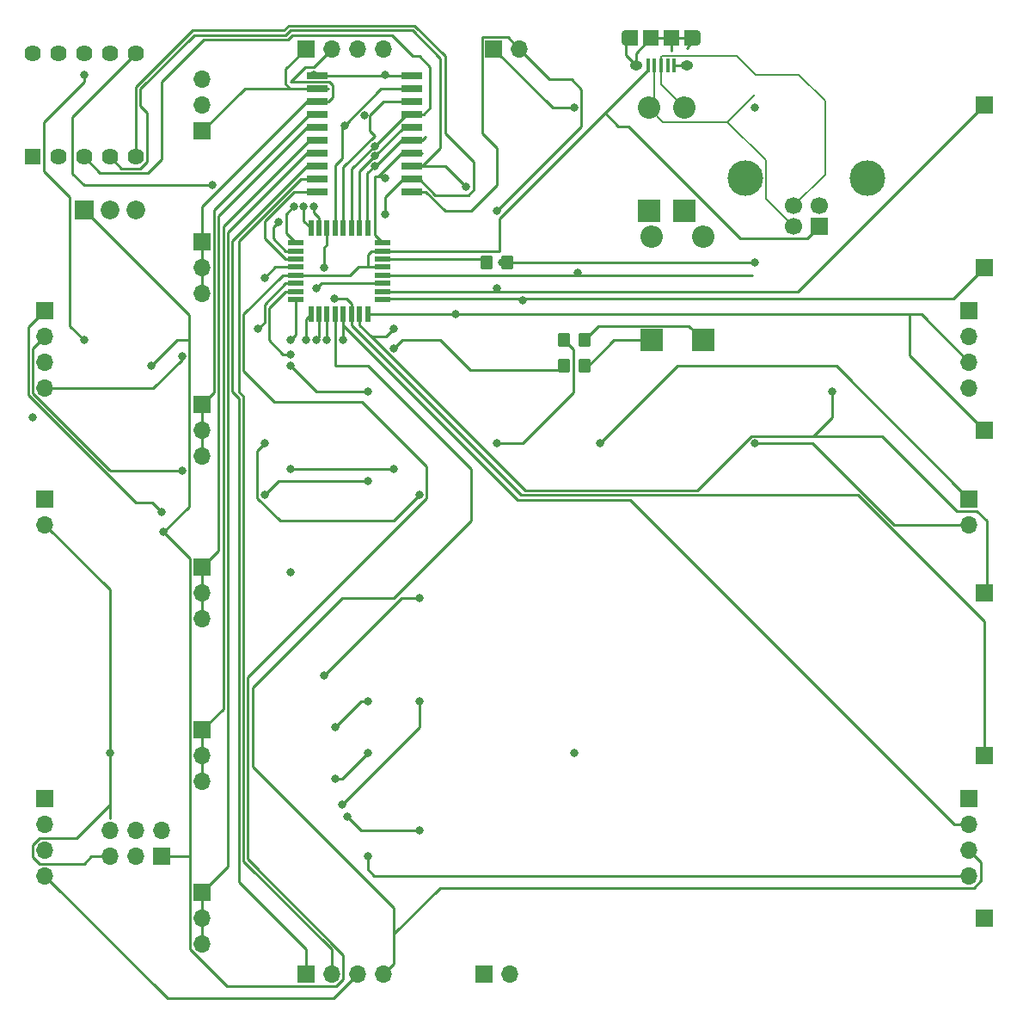
<source format=gbr>
%TF.GenerationSoftware,KiCad,Pcbnew,7.0.9*%
%TF.CreationDate,2024-03-13T01:01:39-05:00*%
%TF.ProjectId,BOARD,424f4152-442e-46b6-9963-61645f706362,rev?*%
%TF.SameCoordinates,Original*%
%TF.FileFunction,Copper,L2,Bot*%
%TF.FilePolarity,Positive*%
%FSLAX46Y46*%
G04 Gerber Fmt 4.6, Leading zero omitted, Abs format (unit mm)*
G04 Created by KiCad (PCBNEW 7.0.9) date 2024-03-13 01:01:39*
%MOMM*%
%LPD*%
G01*
G04 APERTURE LIST*
G04 Aperture macros list*
%AMRoundRect*
0 Rectangle with rounded corners*
0 $1 Rounding radius*
0 $2 $3 $4 $5 $6 $7 $8 $9 X,Y pos of 4 corners*
0 Add a 4 corners polygon primitive as box body*
4,1,4,$2,$3,$4,$5,$6,$7,$8,$9,$2,$3,0*
0 Add four circle primitives for the rounded corners*
1,1,$1+$1,$2,$3*
1,1,$1+$1,$4,$5*
1,1,$1+$1,$6,$7*
1,1,$1+$1,$8,$9*
0 Add four rect primitives between the rounded corners*
20,1,$1+$1,$2,$3,$4,$5,0*
20,1,$1+$1,$4,$5,$6,$7,0*
20,1,$1+$1,$6,$7,$8,$9,0*
20,1,$1+$1,$8,$9,$2,$3,0*%
G04 Aperture macros list end*
%TA.AperFunction,ComponentPad*%
%ADD10R,1.700000X1.700000*%
%TD*%
%TA.AperFunction,ComponentPad*%
%ADD11R,1.845000X1.845000*%
%TD*%
%TA.AperFunction,ComponentPad*%
%ADD12C,1.845000*%
%TD*%
%TA.AperFunction,ComponentPad*%
%ADD13O,1.700000X1.700000*%
%TD*%
%TA.AperFunction,ComponentPad*%
%ADD14R,1.620000X1.620000*%
%TD*%
%TA.AperFunction,ComponentPad*%
%ADD15C,1.620000*%
%TD*%
%TA.AperFunction,ComponentPad*%
%ADD16R,2.200000X2.200000*%
%TD*%
%TA.AperFunction,ComponentPad*%
%ADD17O,2.200000X2.200000*%
%TD*%
%TA.AperFunction,SMDPad,CuDef*%
%ADD18RoundRect,0.250000X-0.350000X-0.450000X0.350000X-0.450000X0.350000X0.450000X-0.350000X0.450000X0*%
%TD*%
%TA.AperFunction,SMDPad,CuDef*%
%ADD19R,0.400000X1.350000*%
%TD*%
%TA.AperFunction,ComponentPad*%
%ADD20O,0.890000X1.550000*%
%TD*%
%TA.AperFunction,SMDPad,CuDef*%
%ADD21R,1.200000X1.550000*%
%TD*%
%TA.AperFunction,ComponentPad*%
%ADD22O,1.250000X0.950000*%
%TD*%
%TA.AperFunction,SMDPad,CuDef*%
%ADD23R,1.500000X1.550000*%
%TD*%
%TA.AperFunction,SMDPad,CuDef*%
%ADD24R,1.600000X0.550000*%
%TD*%
%TA.AperFunction,SMDPad,CuDef*%
%ADD25R,0.550000X1.600000*%
%TD*%
%TA.AperFunction,SMDPad,CuDef*%
%ADD26RoundRect,0.042000X0.988000X0.258000X-0.988000X0.258000X-0.988000X-0.258000X0.988000X-0.258000X0*%
%TD*%
%TA.AperFunction,SMDPad,CuDef*%
%ADD27RoundRect,0.250000X0.350000X0.450000X-0.350000X0.450000X-0.350000X-0.450000X0.350000X-0.450000X0*%
%TD*%
%TA.AperFunction,ComponentPad*%
%ADD28C,1.700000*%
%TD*%
%TA.AperFunction,ComponentPad*%
%ADD29C,3.500000*%
%TD*%
%TA.AperFunction,ViaPad*%
%ADD30C,0.800000*%
%TD*%
%TA.AperFunction,Conductor*%
%ADD31C,0.250000*%
%TD*%
%TA.AperFunction,Conductor*%
%ADD32C,0.200000*%
%TD*%
G04 APERTURE END LIST*
D10*
%TO.P,J57,1,Pin_1*%
%TO.N,INPUT5*%
X175000000Y-128000000D03*
%TD*%
D11*
%TO.P,Q1,1,D*%
%TO.N,+5V*%
X86360000Y-58310000D03*
D12*
%TO.P,Q1,2,G*%
%TO.N,MOSFET*%
X88900000Y-58310000D03*
%TO.P,Q1,3,S*%
%TO.N,VCC*%
X91440000Y-58310000D03*
%TD*%
D10*
%TO.P,J46,1,Pin_1*%
%TO.N,INPUT0*%
X175000000Y-48000000D03*
%TD*%
%TO.P,J43,1,Pin_1*%
%TO.N,OUTPUT5*%
X98000000Y-125460000D03*
D13*
%TO.P,J43,2,Pin_2*%
X98000000Y-128000000D03*
%TO.P,J43,3,Pin_3*%
X98000000Y-130540000D03*
%TD*%
D10*
%TO.P,J40,1,Pin_1*%
%TO.N,OUTPUT2*%
X98000000Y-77460000D03*
D13*
%TO.P,J40,2,Pin_2*%
X98000000Y-80000000D03*
%TO.P,J40,3,Pin_3*%
X98000000Y-82540000D03*
%TD*%
D10*
%TO.P,J55,1,Pin_1*%
%TO.N,INPUT4*%
X175000000Y-112000000D03*
%TD*%
%TO.P,J52,1,Pin_1*%
%TO.N,INPUT1*%
X175000000Y-64000000D03*
%TD*%
%TO.P,J61,1,Pin_1*%
%TO.N,+5V*%
X93980000Y-121920000D03*
D13*
%TO.P,J61,2,Pin_2*%
%TO.N,DATA4*%
X93980000Y-119380000D03*
%TO.P,J61,3,Pin_3*%
%TO.N,DATA3*%
X91440000Y-121920000D03*
%TO.P,J61,4,Pin_4*%
%TO.N,DATA5*%
X91440000Y-119380000D03*
%TO.P,J61,5,Pin_5*%
%TO.N,GND*%
X88900000Y-121920000D03*
%TO.P,J61,6,Pin_6*%
%TO.N,INPUT6*%
X88900000Y-119380000D03*
%TD*%
D10*
%TO.P,J48,1,Pin_1*%
%TO.N,INPUT4*%
X173500000Y-116190000D03*
D13*
%TO.P,J48,2,Pin_2*%
%TO.N,INPUT5*%
X173500000Y-118730000D03*
%TO.P,J48,3,Pin_3*%
%TO.N,INPUT6*%
X173500000Y-121270000D03*
%TO.P,J48,4,Pin_4*%
%TO.N,INPUT7*%
X173500000Y-123810000D03*
%TD*%
D10*
%TO.P,J37,1,Pin_1*%
%TO.N,OUTPUT0*%
X98000000Y-50540000D03*
D13*
%TO.P,J37,2,Pin_2*%
X98000000Y-48000000D03*
%TO.P,J37,3,Pin_3*%
X98000000Y-45460000D03*
%TD*%
D10*
%TO.P,J41,1,Pin_1*%
%TO.N,OUTPUT3*%
X98000000Y-93460000D03*
D13*
%TO.P,J41,2,Pin_2*%
X98000000Y-96000000D03*
%TO.P,J41,3,Pin_3*%
X98000000Y-98540000D03*
%TD*%
D10*
%TO.P,J44,1,Pin_1*%
%TO.N,VCC*%
X173500000Y-86725000D03*
D13*
%TO.P,J44,2,Pin_2*%
%TO.N,GND*%
X173500000Y-89265000D03*
%TD*%
D14*
%TO.P,D1,1*%
%TO.N,DATA4*%
X81280000Y-53080000D03*
D15*
%TO.P,D1,2*%
%TO.N,DATA3*%
X83820000Y-53080000D03*
%TO.P,D1,3*%
%TO.N,DATA2*%
X86360000Y-53080000D03*
%TO.P,D1,4*%
%TO.N,DATA6*%
X88900000Y-53080000D03*
%TO.P,D1,5*%
%TO.N,DATA7*%
X91440000Y-53080000D03*
%TO.P,D1,6*%
%TO.N,DIGIT1*%
X91440000Y-42920000D03*
%TO.P,D1,7*%
%TO.N,DATA0*%
X88900000Y-42920000D03*
%TO.P,D1,8*%
%TO.N,DATA1*%
X86360000Y-42920000D03*
%TO.P,D1,9*%
%TO.N,DIGIT0*%
X83820000Y-42920000D03*
%TO.P,D1,10*%
%TO.N,DATA5*%
X81280000Y-42920000D03*
%TD*%
D10*
%TO.P,J39,1,Pin_1*%
%TO.N,OUTPUT1*%
X98000000Y-61460000D03*
D13*
%TO.P,J39,2,Pin_2*%
X98000000Y-64000000D03*
%TO.P,J39,3,Pin_3*%
X98000000Y-66540000D03*
%TD*%
D10*
%TO.P,J51,1,Pin_1*%
%TO.N,VCC*%
X126725000Y-42500000D03*
D13*
%TO.P,J51,2,Pin_2*%
%TO.N,GND*%
X129265000Y-42500000D03*
%TD*%
D10*
%TO.P,J42,1,Pin_1*%
%TO.N,OUTPUT4*%
X98000000Y-109460000D03*
D13*
%TO.P,J42,2,Pin_2*%
X98000000Y-112000000D03*
%TO.P,J42,3,Pin_3*%
X98000000Y-114540000D03*
%TD*%
D10*
%TO.P,J59,1,Pin_1*%
%TO.N,OUTPUT0*%
X108190000Y-42500000D03*
D13*
%TO.P,J59,2,Pin_2*%
%TO.N,OUTPUT1*%
X110730000Y-42500000D03*
%TO.P,J59,3,Pin_3*%
%TO.N,INPUT1*%
X113270000Y-42500000D03*
%TO.P,J59,4,Pin_4*%
%TO.N,INPUT0*%
X115810000Y-42500000D03*
%TD*%
D10*
%TO.P,J54,1,Pin_1*%
%TO.N,INPUT3*%
X175000000Y-96000000D03*
%TD*%
D16*
%TO.P,D4,1,K*%
%TO.N,Net-(D4-K)*%
X142000000Y-58420000D03*
D17*
%TO.P,D4,2,A*%
%TO.N,USBD-*%
X142000000Y-48260000D03*
%TD*%
D10*
%TO.P,J49,1,Pin_1*%
%TO.N,INPUT0*%
X173500000Y-68190000D03*
D13*
%TO.P,J49,2,Pin_2*%
%TO.N,INPUT1*%
X173500000Y-70730000D03*
%TO.P,J49,3,Pin_3*%
%TO.N,INPUT2*%
X173500000Y-73270000D03*
%TO.P,J49,4,Pin_4*%
%TO.N,INPUT3*%
X173500000Y-75810000D03*
%TD*%
D10*
%TO.P,J53,1,Pin_1*%
%TO.N,INPUT2*%
X175000000Y-80000000D03*
%TD*%
%TO.P,J45,1,Pin_1*%
%TO.N,VCC*%
X125725000Y-133500000D03*
D13*
%TO.P,J45,2,Pin_2*%
%TO.N,GND*%
X128265000Y-133500000D03*
%TD*%
D18*
%TO.P,R2,1*%
%TO.N,BUTTON*%
X133620000Y-71120000D03*
%TO.P,R2,2*%
%TO.N,Net-(D2-K)*%
X135620000Y-71120000D03*
%TD*%
D19*
%TO.P,J38,1,VBUS*%
%TO.N,+5V*%
X141900000Y-44100000D03*
%TO.P,J38,2,D-*%
%TO.N,USBD-*%
X142550000Y-44100000D03*
%TO.P,J38,3,D+*%
%TO.N,USBD+*%
X143200000Y-44100000D03*
%TO.P,J38,4,ID*%
%TO.N,unconnected-(J38-ID-Pad4)*%
X143850000Y-44100000D03*
%TO.P,J38,5,GND*%
%TO.N,GND*%
X144500000Y-44100000D03*
D20*
%TO.P,J38,6,Shield*%
X139700000Y-41400000D03*
D21*
X140300000Y-41400000D03*
D22*
X140700000Y-44100000D03*
D23*
X142200000Y-41400000D03*
X144200000Y-41400000D03*
D22*
X145700000Y-44100000D03*
D21*
X146100000Y-41400000D03*
D20*
X146700000Y-41400000D03*
%TD*%
D10*
%TO.P,J47,1,Pin_1*%
%TO.N,INPUT0*%
X82500000Y-68190000D03*
D13*
%TO.P,J47,2,Pin_2*%
%TO.N,INPUT1*%
X82500000Y-70730000D03*
%TO.P,J47,3,Pin_3*%
%TO.N,INPUT2*%
X82500000Y-73270000D03*
%TO.P,J47,4,Pin_4*%
%TO.N,INPUT3*%
X82500000Y-75810000D03*
%TD*%
D24*
%TO.P,U1,1,PD3*%
%TO.N,ROTARYSWITCH3*%
X107250000Y-67130000D03*
%TO.P,U1,2,PD4*%
%TO.N,BUTTON*%
X107250000Y-66330000D03*
%TO.P,U1,3,PE0*%
%TO.N,MOSFET*%
X107250000Y-65530000D03*
%TO.P,U1,4,VCC*%
%TO.N,+5V*%
X107250000Y-64730000D03*
%TO.P,U1,5,GND*%
%TO.N,GND*%
X107250000Y-63930000D03*
%TO.P,U1,6,PE1*%
%TO.N,DATACLK*%
X107250000Y-63130000D03*
%TO.P,U1,7,XTAL1/PB6*%
%TO.N,DATA6*%
X107250000Y-62330000D03*
%TO.P,U1,8,XTAL2/PB7*%
%TO.N,DATA7*%
X107250000Y-61530000D03*
D25*
%TO.P,U1,9,PD5*%
%TO.N,DIGIT0*%
X108700000Y-60080000D03*
%TO.P,U1,10,PD6*%
%TO.N,DIGIT1*%
X109500000Y-60080000D03*
%TO.P,U1,11,PD7*%
%TO.N,INPUT7*%
X110300000Y-60080000D03*
%TO.P,U1,12,PB0*%
%TO.N,DATA0*%
X111100000Y-60080000D03*
%TO.P,U1,13,PB1*%
%TO.N,DATA1*%
X111900000Y-60080000D03*
%TO.P,U1,14,PB2*%
%TO.N,DATA2*%
X112700000Y-60080000D03*
%TO.P,U1,15,PB3*%
%TO.N,DATA3*%
X113500000Y-60080000D03*
%TO.P,U1,16,PB4*%
%TO.N,DATA4*%
X114300000Y-60080000D03*
D24*
%TO.P,U1,17,PB5*%
%TO.N,DATA5*%
X115750000Y-61530000D03*
%TO.P,U1,18,AVCC*%
%TO.N,+5V*%
X115750000Y-62330000D03*
%TO.P,U1,19,PE2*%
%TO.N,CURRENTSENSE*%
X115750000Y-63130000D03*
%TO.P,U1,20,AREF*%
%TO.N,+5V*%
X115750000Y-63930000D03*
%TO.P,U1,21,GND*%
%TO.N,GND*%
X115750000Y-64730000D03*
%TO.P,U1,22,PE3*%
%TO.N,RESET*%
X115750000Y-65530000D03*
%TO.P,U1,23,PC0*%
%TO.N,INPUT0*%
X115750000Y-66330000D03*
%TO.P,U1,24,PC1*%
%TO.N,INPUT1*%
X115750000Y-67130000D03*
D25*
%TO.P,U1,25,PC2*%
%TO.N,INPUT2*%
X114300000Y-68580000D03*
%TO.P,U1,26,PC3*%
%TO.N,INPUT3*%
X113500000Y-68580000D03*
%TO.P,U1,27,PC4*%
%TO.N,INPUT4*%
X112700000Y-68580000D03*
%TO.P,U1,28,PC5*%
%TO.N,INPUT5*%
X111900000Y-68580000D03*
%TO.P,U1,29,~{RESET}/PC6*%
%TO.N,INPUT6*%
X111100000Y-68580000D03*
%TO.P,U1,30,PD0*%
%TO.N,ROTARYSWITCH0*%
X110300000Y-68580000D03*
%TO.P,U1,31,PD1*%
%TO.N,ROTARYSWITCH1*%
X109500000Y-68580000D03*
%TO.P,U1,32,PD2*%
%TO.N,ROTARYSWITCH2*%
X108700000Y-68580000D03*
%TD*%
D16*
%TO.P,D3,1,K*%
%TO.N,Net-(D2-A)*%
X145500000Y-58420000D03*
D17*
%TO.P,D3,2,A*%
%TO.N,USBD+*%
X145500000Y-48260000D03*
%TD*%
D16*
%TO.P,D5,1,K*%
%TO.N,Net-(D5-K)*%
X142240000Y-71120000D03*
D17*
%TO.P,D5,2,A*%
%TO.N,Net-(D4-K)*%
X142240000Y-60960000D03*
%TD*%
D16*
%TO.P,D2,1,K*%
%TO.N,Net-(D2-K)*%
X147320000Y-71120000D03*
D17*
%TO.P,D2,2,A*%
%TO.N,Net-(D2-A)*%
X147320000Y-60960000D03*
%TD*%
D26*
%TO.P,U2,1,~{OE}*%
%TO.N,VCC*%
X118640000Y-45085000D03*
%TO.P,U2,2,1D*%
%TO.N,DATA0*%
X118640000Y-46355000D03*
%TO.P,U2,3,2D*%
%TO.N,DATA1*%
X118640000Y-47625000D03*
%TO.P,U2,4,3D*%
%TO.N,DATA2*%
X118640000Y-48895000D03*
%TO.P,U2,5,4D*%
%TO.N,DATA3*%
X118640000Y-50165000D03*
%TO.P,U2,6,5D*%
%TO.N,DATA4*%
X118640000Y-51435000D03*
%TO.P,U2,7,6D*%
%TO.N,DATA5*%
X118640000Y-52705000D03*
%TO.P,U2,8,7D*%
%TO.N,DATA6*%
X118640000Y-53975000D03*
%TO.P,U2,9,8D*%
%TO.N,DATA7*%
X118640000Y-55245000D03*
%TO.P,U2,10,GND*%
%TO.N,GND*%
X118640000Y-56515000D03*
%TO.P,U2,11,CLK*%
%TO.N,DATACLK*%
X109360000Y-56515000D03*
%TO.P,U2,12,8Q*%
%TO.N,OUTPUT7*%
X109360000Y-55245000D03*
%TO.P,U2,13,7Q*%
%TO.N,OUTPUT6*%
X109360000Y-53975000D03*
%TO.P,U2,14,6Q*%
%TO.N,OUTPUT5*%
X109360000Y-52705000D03*
%TO.P,U2,15,5Q*%
%TO.N,OUTPUT4*%
X109360000Y-51435000D03*
%TO.P,U2,16,4Q*%
%TO.N,OUTPUT3*%
X109360000Y-50165000D03*
%TO.P,U2,17,3Q*%
%TO.N,OUTPUT2*%
X109360000Y-48895000D03*
%TO.P,U2,18,2Q*%
%TO.N,OUTPUT1*%
X109360000Y-47625000D03*
%TO.P,U2,19,1Q*%
%TO.N,OUTPUT0*%
X109360000Y-46355000D03*
%TO.P,U2,20,VCC*%
%TO.N,VCC*%
X109360000Y-45085000D03*
%TD*%
D10*
%TO.P,J50,1,Pin_1*%
%TO.N,INPUT4*%
X82500000Y-116190000D03*
D13*
%TO.P,J50,2,Pin_2*%
%TO.N,INPUT5*%
X82500000Y-118730000D03*
%TO.P,J50,3,Pin_3*%
%TO.N,INPUT6*%
X82500000Y-121270000D03*
%TO.P,J50,4,Pin_4*%
%TO.N,INPUT7*%
X82500000Y-123810000D03*
%TD*%
D10*
%TO.P,J58,1,Pin_1*%
%TO.N,VCC*%
X82500000Y-86725000D03*
D13*
%TO.P,J58,2,Pin_2*%
%TO.N,GND*%
X82500000Y-89265000D03*
%TD*%
D27*
%TO.P,R1,1*%
%TO.N,VCC*%
X128000000Y-63500000D03*
%TO.P,R1,2*%
%TO.N,CURRENTSENSE*%
X126000000Y-63500000D03*
%TD*%
D10*
%TO.P,J60,1,VBUS*%
%TO.N,+5V*%
X158730000Y-59917500D03*
D28*
%TO.P,J60,2,D-*%
%TO.N,USBD-*%
X156230000Y-59917500D03*
%TO.P,J60,3,D+*%
%TO.N,USBD+*%
X156230000Y-57917500D03*
%TO.P,J60,4,GND*%
%TO.N,GND*%
X158730000Y-57917500D03*
D29*
%TO.P,J60,5,Shield*%
X151460000Y-55207500D03*
X163500000Y-55207500D03*
%TD*%
D27*
%TO.P,R3,1*%
%TO.N,Net-(D5-K)*%
X135620000Y-73660000D03*
%TO.P,R3,2*%
%TO.N,DATA3*%
X133620000Y-73660000D03*
%TD*%
D10*
%TO.P,J56,1,Pin_1*%
%TO.N,OUTPUT6*%
X108190000Y-133500000D03*
D13*
%TO.P,J56,2,Pin_2*%
%TO.N,OUTPUT7*%
X110730000Y-133500000D03*
%TO.P,J56,3,Pin_3*%
%TO.N,INPUT7*%
X113270000Y-133500000D03*
%TO.P,J56,4,Pin_4*%
%TO.N,INPUT6*%
X115810000Y-133500000D03*
%TD*%
D30*
%TO.N,GND*%
X106680000Y-93980000D03*
X152400000Y-81280000D03*
X86360000Y-71120000D03*
X88900000Y-111760000D03*
X135000000Y-64500000D03*
X119380000Y-119380000D03*
X152400000Y-48260000D03*
X104140000Y-65000000D03*
X127000000Y-58420000D03*
X112300000Y-118000000D03*
X86360000Y-45000000D03*
%TO.N,VCC*%
X109000000Y-45000000D03*
X119380000Y-86360000D03*
X137160000Y-81280000D03*
X134620000Y-111760000D03*
X152400000Y-63500000D03*
X119380000Y-96520000D03*
X127500000Y-63500000D03*
X104140000Y-81280000D03*
X134620000Y-48260000D03*
X116000000Y-45000000D03*
X110000000Y-104140000D03*
%TO.N,+5V*%
X93000000Y-73660000D03*
X94200000Y-90000000D03*
%TO.N,RESET*%
X109220000Y-66040000D03*
%TO.N,DATA2*%
X115000000Y-52000000D03*
%TO.N,DATA7*%
X116000000Y-58700000D03*
X107000000Y-58000000D03*
%TO.N,DIGIT1*%
X109000000Y-58000000D03*
X99000000Y-55880000D03*
%TO.N,DATA3*%
X116866801Y-71972203D03*
X115000000Y-53000000D03*
X114300000Y-111760000D03*
X111075500Y-114300000D03*
%TO.N,DATA5*%
X116000000Y-55200000D03*
X111760000Y-116840000D03*
X119380000Y-106680000D03*
%TO.N,DATA6*%
X124000000Y-56000000D03*
X105500000Y-59500000D03*
%TO.N,DATA1*%
X114000000Y-49000000D03*
%TO.N,DIGIT0*%
X108000000Y-58000000D03*
%TO.N,DATA0*%
X112000000Y-50000000D03*
%TO.N,BUTTON*%
X116840000Y-83820000D03*
X106680000Y-83820000D03*
X106680000Y-72500000D03*
X127000000Y-81280000D03*
%TO.N,MOSFET*%
X103500000Y-70000000D03*
%TO.N,INPUT0*%
X114300000Y-85000000D03*
X104140000Y-86360000D03*
X127000000Y-66000000D03*
X93980000Y-88000000D03*
%TO.N,INPUT1*%
X81280000Y-78740000D03*
X129540000Y-67200000D03*
X106680000Y-73660000D03*
X114300000Y-76200000D03*
X96000000Y-84000000D03*
%TO.N,INPUT2*%
X123000000Y-68580000D03*
%TO.N,INPUT3*%
X96000000Y-72700000D03*
X116840000Y-70000000D03*
X160020000Y-76200000D03*
%TO.N,INPUT4*%
X111000000Y-67000000D03*
%TO.N,INPUT5*%
X111900000Y-71120000D03*
%TO.N,INPUT7*%
X110000000Y-64000000D03*
X114300000Y-121920000D03*
%TO.N,ROTARYSWITCH0*%
X110220000Y-71120000D03*
%TO.N,ROTARYSWITCH1*%
X109220000Y-71120000D03*
%TO.N,ROTARYSWITCH2*%
X108220000Y-71120000D03*
%TO.N,ROTARYSWITCH3*%
X106680000Y-71120000D03*
%TO.N,DATA4*%
X114300000Y-106680000D03*
X115000000Y-54000000D03*
X111075500Y-109220000D03*
%TD*%
D31*
%TO.N,GND*%
X86360000Y-45000000D02*
X86360000Y-45720000D01*
X152195305Y-64730000D02*
X115750000Y-64730000D01*
X81325000Y-120783299D02*
X82013299Y-120095000D01*
X146100000Y-41400000D02*
X146700000Y-41400000D01*
X125550000Y-50800000D02*
X125550000Y-41325000D01*
X132215000Y-45450000D02*
X129265000Y-42500000D01*
X88900000Y-118205000D02*
X88900000Y-116840000D01*
X140700000Y-42900000D02*
X140700000Y-44100000D01*
X84955000Y-57015000D02*
X82415000Y-54475000D01*
X144200000Y-41400000D02*
X146100000Y-41400000D01*
X158116396Y-81280000D02*
X152400000Y-81280000D01*
X81325000Y-121965000D02*
X81325000Y-120783299D01*
X84955000Y-69715000D02*
X86360000Y-71120000D01*
X145700000Y-42400000D02*
X146700000Y-41400000D01*
X135345000Y-50075000D02*
X135345000Y-46445000D01*
X127000000Y-52250000D02*
X125550000Y-50800000D01*
X86360000Y-122635000D02*
X81995000Y-122635000D01*
X173500000Y-89265000D02*
X166101396Y-89265000D01*
X145700000Y-44100000D02*
X144500000Y-44100000D01*
X88900000Y-116840000D02*
X88900000Y-111760000D01*
X134350000Y-45450000D02*
X132215000Y-45450000D01*
X128090000Y-41325000D02*
X129265000Y-42500000D01*
X166101396Y-89265000D02*
X158116396Y-81280000D01*
X84955000Y-69715000D02*
X84955000Y-57015000D01*
X118640000Y-56515000D02*
X120015000Y-56515000D01*
X124460000Y-58420000D02*
X127000000Y-55880000D01*
X127000000Y-55880000D02*
X127000000Y-52250000D01*
X113680000Y-119380000D02*
X112300000Y-118000000D01*
X135345000Y-46445000D02*
X134350000Y-45450000D01*
X107250000Y-63930000D02*
X105210000Y-63930000D01*
X144200000Y-41400000D02*
X144200000Y-42600000D01*
X88900000Y-95665000D02*
X88900000Y-111760000D01*
X121920000Y-58420000D02*
X124460000Y-58420000D01*
X105210000Y-63930000D02*
X104140000Y-65000000D01*
X144500000Y-44100000D02*
X144500000Y-44575000D01*
X139700000Y-41400000D02*
X140300000Y-41400000D01*
X142200000Y-41400000D02*
X140700000Y-42900000D01*
X85645000Y-120095000D02*
X88900000Y-116840000D01*
X82415000Y-49665000D02*
X86360000Y-45720000D01*
X82013299Y-120095000D02*
X85645000Y-120095000D01*
X127000000Y-58420000D02*
X135345000Y-50075000D01*
X139700000Y-41400000D02*
X139700000Y-43100000D01*
X87075000Y-121920000D02*
X86360000Y-122635000D01*
X81995000Y-122635000D02*
X81325000Y-121965000D01*
X125550000Y-41325000D02*
X128090000Y-41325000D01*
X88900000Y-121920000D02*
X87075000Y-121920000D01*
X139700000Y-43100000D02*
X140700000Y-44100000D01*
X120015000Y-56515000D02*
X121920000Y-58420000D01*
X119380000Y-119380000D02*
X113680000Y-119380000D01*
X144200000Y-41400000D02*
X142200000Y-41400000D01*
X82415000Y-54475000D02*
X82415000Y-49665000D01*
X82500000Y-89265000D02*
X88900000Y-95665000D01*
%TO.N,VCC*%
X118640000Y-45085000D02*
X116085000Y-45085000D01*
X160435000Y-73660000D02*
X144780000Y-73660000D01*
X115915000Y-45085000D02*
X109360000Y-45085000D01*
X110000000Y-104140000D02*
X117620000Y-96520000D01*
X128000000Y-63500000D02*
X152400000Y-63500000D01*
X117620000Y-96520000D02*
X119380000Y-96520000D01*
X105654695Y-88900000D02*
X116840000Y-88900000D01*
X104140000Y-81280000D02*
X103415000Y-82005000D01*
X173500000Y-86725000D02*
X160435000Y-73660000D01*
X116840000Y-88900000D02*
X119380000Y-86360000D01*
X116085000Y-45085000D02*
X116000000Y-45000000D01*
X116000000Y-45000000D02*
X115915000Y-45085000D01*
X132485000Y-48260000D02*
X134620000Y-48260000D01*
X103415000Y-82005000D02*
X103415000Y-86660305D01*
X144780000Y-73660000D02*
X137160000Y-81280000D01*
X126725000Y-42500000D02*
X132485000Y-48260000D01*
X103415000Y-86660305D02*
X105654695Y-88900000D01*
%TO.N,+5V*%
X113731409Y-77146104D02*
X105086104Y-77146104D01*
X94200000Y-90000000D02*
X96825000Y-92625000D01*
X120105000Y-86660305D02*
X120105000Y-83519695D01*
X96825000Y-121920000D02*
X96825000Y-131026701D01*
X158730000Y-59917500D02*
X157555000Y-61092500D01*
X96725000Y-68675000D02*
X86360000Y-58310000D01*
X111216701Y-134675000D02*
X111905000Y-133986701D01*
X96725000Y-71120000D02*
X96725000Y-68675000D01*
X151022500Y-61092500D02*
X140015000Y-50085000D01*
X140015000Y-50085000D02*
X138985000Y-50085000D01*
X141900000Y-44545305D02*
X137672653Y-48772653D01*
X111905000Y-131588604D02*
X102500000Y-122183604D01*
X100473299Y-134675000D02*
X111216701Y-134675000D01*
X112560000Y-64730000D02*
X107250000Y-64730000D01*
X114300000Y-63930000D02*
X113360000Y-63930000D01*
X93980000Y-121920000D02*
X96825000Y-121920000D01*
X120105000Y-83519695D02*
X113731409Y-77146104D01*
X105900000Y-64730000D02*
X107250000Y-64730000D01*
X102050000Y-74110000D02*
X102050000Y-68580000D01*
X157555000Y-61092500D02*
X151022500Y-61092500D01*
X137672653Y-48772653D02*
X127270000Y-59175305D01*
X102500000Y-104265305D02*
X120105000Y-86660305D01*
X102500000Y-122183604D02*
X102500000Y-104265305D01*
X111905000Y-133986701D02*
X111905000Y-131588604D01*
X96825000Y-131026701D02*
X100473299Y-134675000D01*
X138985000Y-50085000D02*
X137672653Y-48772653D01*
X95540000Y-71120000D02*
X93000000Y-73660000D01*
X127270000Y-59175305D02*
X127270000Y-62330000D01*
X115750000Y-63930000D02*
X114300000Y-63930000D01*
X96825000Y-92625000D02*
X96825000Y-119380000D01*
X96825000Y-119380000D02*
X96825000Y-121920000D01*
X115750000Y-62330000D02*
X114700000Y-62330000D01*
X114300000Y-62730000D02*
X114300000Y-63930000D01*
X94200000Y-90000000D02*
X96725000Y-87475000D01*
X113360000Y-63930000D02*
X112560000Y-64730000D01*
X96725000Y-71120000D02*
X95540000Y-71120000D01*
X127270000Y-62330000D02*
X115750000Y-62330000D01*
X141900000Y-44100000D02*
X141900000Y-44545305D01*
X96725000Y-87475000D02*
X96725000Y-71120000D01*
X114700000Y-62330000D02*
X114300000Y-62730000D01*
X105086104Y-77146104D02*
X102050000Y-74110000D01*
X102050000Y-68580000D02*
X105900000Y-64730000D01*
%TO.N,RESET*%
X109730000Y-65530000D02*
X109220000Y-66040000D01*
X115750000Y-65530000D02*
X109730000Y-65530000D01*
%TO.N,Net-(D2-K)*%
X137045000Y-69695000D02*
X135620000Y-71120000D01*
X147320000Y-71120000D02*
X145895000Y-69695000D01*
X145895000Y-69695000D02*
X137045000Y-69695000D01*
%TO.N,DATA2*%
X86360000Y-53080000D02*
X87945000Y-54665000D01*
X92655000Y-54665000D02*
X93980000Y-53340000D01*
X87945000Y-54665000D02*
X92655000Y-54665000D01*
X106865000Y-41090000D02*
X116653604Y-41090000D01*
X106415000Y-41540000D02*
X106865000Y-41090000D01*
X93980000Y-45720000D02*
X98160000Y-41540000D01*
X98160000Y-41540000D02*
X106415000Y-41540000D01*
X120445000Y-48260000D02*
X119810000Y-48895000D01*
X115000000Y-52000000D02*
X115025305Y-52000000D01*
X115000000Y-52000000D02*
X114974695Y-52000000D01*
X115025305Y-52000000D02*
X118130305Y-48895000D01*
X118743604Y-43180000D02*
X119380000Y-43180000D01*
X119810000Y-48895000D02*
X118640000Y-48895000D01*
X118130305Y-48895000D02*
X118640000Y-48895000D01*
X93980000Y-53340000D02*
X93980000Y-45720000D01*
X120445000Y-44245000D02*
X120445000Y-48260000D01*
X119380000Y-43180000D02*
X120445000Y-44245000D01*
X112700000Y-54274695D02*
X112700000Y-60080000D01*
X114974695Y-52000000D02*
X112700000Y-54274695D01*
X116653604Y-41090000D02*
X118743604Y-43180000D01*
%TO.N,DATA7*%
X124193503Y-56831802D02*
X120968198Y-56831802D01*
X91440000Y-53080000D02*
X91440000Y-46216650D01*
X116000000Y-57000000D02*
X117755000Y-55245000D01*
X106275000Y-58699695D02*
X106974695Y-58000000D01*
X106275000Y-60555000D02*
X106275000Y-58699695D01*
X124725000Y-53605000D02*
X124725000Y-56300305D01*
X106974695Y-58000000D02*
X107000000Y-58000000D01*
X116000000Y-57000000D02*
X116000000Y-58800000D01*
X106042208Y-40640000D02*
X106492208Y-40190000D01*
X121920000Y-50800000D02*
X124725000Y-53605000D01*
X117755000Y-55245000D02*
X118640000Y-55245000D01*
X124725000Y-56300305D02*
X124193503Y-56831802D01*
X119381396Y-55245000D02*
X118640000Y-55245000D01*
X120968198Y-56831802D02*
X119381396Y-55245000D01*
X91440000Y-46216650D02*
X97016650Y-40640000D01*
X107250000Y-61530000D02*
X106275000Y-60555000D01*
X106492208Y-40190000D02*
X118930000Y-40190000D01*
X118930000Y-40190000D02*
X121920000Y-43180000D01*
X121920000Y-43180000D02*
X121920000Y-50800000D01*
X97016650Y-40640000D02*
X106042208Y-40640000D01*
D32*
%TO.N,USBD+*%
X159340000Y-54807500D02*
X159340000Y-47580000D01*
X145500000Y-48260000D02*
X143200000Y-45960000D01*
X150665862Y-43125000D02*
X143300000Y-43125000D01*
X143200000Y-43225000D02*
X143200000Y-44100000D01*
X156760000Y-45000000D02*
X152540862Y-45000000D01*
X152540862Y-45000000D02*
X150665862Y-43125000D01*
X143200000Y-45960000D02*
X143200000Y-44100000D01*
X156230000Y-57917500D02*
X159340000Y-54807500D01*
X143300000Y-43125000D02*
X143200000Y-43225000D01*
X159340000Y-47580000D02*
X156760000Y-45000000D01*
D31*
%TO.N,DIGIT1*%
X85225000Y-49135000D02*
X85225000Y-54745000D01*
X85225000Y-54745000D02*
X86360000Y-55880000D01*
X109000000Y-58000000D02*
X109000000Y-58530000D01*
X93980000Y-55880000D02*
X99060000Y-55880000D01*
X91440000Y-42920000D02*
X85225000Y-49135000D01*
X109500000Y-59030000D02*
X109500000Y-60080000D01*
X86360000Y-55880000D02*
X93980000Y-55880000D01*
X109000000Y-58530000D02*
X109500000Y-59030000D01*
%TO.N,DATA3*%
X117719004Y-71120000D02*
X121470000Y-71120000D01*
X111075500Y-114300000D02*
X111760000Y-114300000D01*
X114974695Y-53000000D02*
X113500000Y-54474695D01*
X116866801Y-71972203D02*
X117719004Y-71120000D01*
X118640000Y-50165000D02*
X117860305Y-50165000D01*
X111760000Y-114300000D02*
X114300000Y-111760000D01*
X113500000Y-54474695D02*
X113500000Y-60080000D01*
X124420000Y-74070000D02*
X133620000Y-74070000D01*
X115000000Y-53000000D02*
X114974695Y-53000000D01*
X117860305Y-50165000D02*
X115025305Y-53000000D01*
X121470000Y-71120000D02*
X124420000Y-74070000D01*
X115025305Y-53000000D02*
X115000000Y-53000000D01*
%TO.N,DATA5*%
X111760000Y-116840000D02*
X119380000Y-109220000D01*
X117610001Y-52705000D02*
X115315001Y-55000000D01*
X115000000Y-55000000D02*
X115000000Y-60780000D01*
X115000000Y-60780000D02*
X115750000Y-61530000D01*
X118640000Y-52705000D02*
X119669999Y-52705000D01*
X119380000Y-109220000D02*
X119380000Y-106680000D01*
X115315001Y-55000000D02*
X115000000Y-55000000D01*
X118640000Y-52705000D02*
X117610001Y-52705000D01*
X115800000Y-55000000D02*
X115000000Y-55000000D01*
X116000000Y-55200000D02*
X115800000Y-55000000D01*
%TO.N,DATA6*%
X106678604Y-40640000D02*
X106228604Y-41090000D01*
X118743604Y-40640000D02*
X106678604Y-40640000D01*
X92575000Y-53550133D02*
X91910133Y-54215000D01*
X118640000Y-53975000D02*
X121975000Y-53975000D01*
X97203046Y-41090000D02*
X91890000Y-46403046D01*
X91890000Y-46403046D02*
X91890000Y-48069695D01*
X119669999Y-53975000D02*
X121470000Y-52174999D01*
X121470000Y-52174999D02*
X121470000Y-43366396D01*
X92575000Y-48754695D02*
X92575000Y-53550133D01*
X121975000Y-53975000D02*
X124000000Y-56000000D01*
X105000000Y-61130000D02*
X105000000Y-60000000D01*
X91910133Y-54215000D02*
X90035000Y-54215000D01*
X118640000Y-53975000D02*
X119669999Y-53975000D01*
X105000000Y-61130000D02*
X106200000Y-62330000D01*
X90035000Y-54215000D02*
X88900000Y-53080000D01*
X105000000Y-60000000D02*
X105500000Y-59500000D01*
X106200000Y-62330000D02*
X107250000Y-62330000D01*
X121470000Y-43366396D02*
X118743604Y-40640000D01*
X106228604Y-41090000D02*
X97203046Y-41090000D01*
X91890000Y-48069695D02*
X92575000Y-48754695D01*
%TO.N,DATA1*%
X117475000Y-47625000D02*
X118640000Y-47625000D01*
X114500000Y-49000000D02*
X115875000Y-47625000D01*
X115875000Y-47625000D02*
X118640000Y-47625000D01*
X111900000Y-54074695D02*
X111900000Y-60080000D01*
X114974695Y-51000000D02*
X111900000Y-54074695D01*
X114500000Y-49000000D02*
X114500000Y-50525305D01*
X114500000Y-50525305D02*
X114974695Y-51000000D01*
%TO.N,DIGIT0*%
X108000000Y-58000000D02*
X108000000Y-59380000D01*
X108000000Y-59380000D02*
X108700000Y-60080000D01*
%TO.N,DATA0*%
X112000000Y-49974695D02*
X112000000Y-50000000D01*
X117610001Y-46355000D02*
X118640000Y-46355000D01*
X111100000Y-53874695D02*
X111100000Y-60080000D01*
X111760000Y-50240000D02*
X111760000Y-53214695D01*
X111760000Y-53214695D02*
X111100000Y-53874695D01*
X115619695Y-46355000D02*
X112000000Y-49974695D01*
X118640000Y-46355000D02*
X115619695Y-46355000D01*
%TO.N,OUTPUT0*%
X109360000Y-46355000D02*
X109220000Y-46355000D01*
X102185000Y-46355000D02*
X109220000Y-46355000D01*
X109220000Y-46355000D02*
X106678604Y-46355000D01*
X106678604Y-46355000D02*
X106230000Y-45906396D01*
X98000000Y-50540000D02*
X102185000Y-46355000D01*
X106230000Y-44460000D02*
X108190000Y-42500000D01*
X110389999Y-46355000D02*
X109360000Y-46355000D01*
X106230000Y-45906396D02*
X106230000Y-44460000D01*
%TO.N,BUTTON*%
X106200000Y-66330000D02*
X107250000Y-66330000D01*
X134545000Y-72045000D02*
X134545000Y-76275000D01*
X134545000Y-76275000D02*
X129540000Y-81280000D01*
X106680000Y-72500000D02*
X105970000Y-72500000D01*
X116840000Y-83820000D02*
X106680000Y-83820000D01*
X133620000Y-71120000D02*
X134545000Y-72045000D01*
X105970000Y-72500000D02*
X104590000Y-71120000D01*
X104590000Y-67940000D02*
X106200000Y-66330000D01*
X104590000Y-71120000D02*
X104590000Y-67940000D01*
X129540000Y-81280000D02*
X127000000Y-81280000D01*
%TO.N,CURRENTSENSE*%
X125630000Y-63130000D02*
X115750000Y-63130000D01*
X126000000Y-63500000D02*
X125630000Y-63130000D01*
%TO.N,OUTPUT1*%
X98000000Y-61460000D02*
X98000000Y-64000000D01*
X110389999Y-47625000D02*
X109360000Y-47625000D01*
X106685000Y-45725000D02*
X110496180Y-45725000D01*
X98000000Y-57955001D02*
X98000000Y-61460000D01*
X108955000Y-44275000D02*
X108125000Y-44275000D01*
X110730000Y-42500000D02*
X108955000Y-44275000D01*
X108125000Y-44275000D02*
X106680000Y-45720000D01*
X108330001Y-47625000D02*
X98000000Y-57955001D01*
X98000000Y-64000000D02*
X98000000Y-66540000D01*
X106680000Y-45720000D02*
X106685000Y-45725000D01*
X109360000Y-47625000D02*
X108330001Y-47625000D01*
X110839999Y-46068819D02*
X110839999Y-47175000D01*
X110839999Y-47175000D02*
X110389999Y-47625000D01*
X110496180Y-45725000D02*
X110839999Y-46068819D01*
%TO.N,OUTPUT2*%
X108585000Y-48895000D02*
X99175000Y-58305000D01*
X98000000Y-77460000D02*
X98000000Y-80000000D01*
X98000000Y-80000000D02*
X98000000Y-82540000D01*
X109360000Y-48895000D02*
X108585000Y-48895000D01*
X99175000Y-58305000D02*
X99175000Y-76285000D01*
X99175000Y-76285000D02*
X98000000Y-77460000D01*
%TO.N,MOSFET*%
X104140000Y-67590000D02*
X104140000Y-68580000D01*
X107250000Y-65530000D02*
X106200000Y-65530000D01*
X106200000Y-65530000D02*
X104140000Y-67590000D01*
X104140000Y-69360000D02*
X103500000Y-70000000D01*
X104140000Y-68580000D02*
X104140000Y-69360000D01*
%TO.N,OUTPUT3*%
X99625000Y-58870001D02*
X99625000Y-91835000D01*
X99625000Y-91835000D02*
X98000000Y-93460000D01*
X98000000Y-93460000D02*
X98000000Y-96000000D01*
X109360000Y-50165000D02*
X108330001Y-50165000D01*
X108330001Y-50165000D02*
X99625000Y-58870001D01*
X98000000Y-96000000D02*
X98000000Y-98540000D01*
%TO.N,OUTPUT4*%
X100075000Y-59945000D02*
X100075000Y-107385000D01*
X100075000Y-107385000D02*
X98000000Y-109460000D01*
X108585000Y-51435000D02*
X100075000Y-59945000D01*
X109360000Y-51435000D02*
X108585000Y-51435000D01*
X98000000Y-112000000D02*
X98000000Y-114540000D01*
X98000000Y-109460000D02*
X98000000Y-112000000D01*
%TO.N,OUTPUT5*%
X100525000Y-60510001D02*
X100525000Y-122935000D01*
X98000000Y-128000000D02*
X98000000Y-130540000D01*
X98000000Y-125460000D02*
X98000000Y-128000000D01*
X100525000Y-122935000D02*
X98000000Y-125460000D01*
X109360000Y-52705000D02*
X108330001Y-52705000D01*
X108330001Y-52705000D02*
X100525000Y-60510001D01*
%TO.N,OUTPUT6*%
X100975000Y-61330001D02*
X100975000Y-76200000D01*
X108330001Y-53975000D02*
X100975000Y-61330001D01*
X100975000Y-76200000D02*
X101600000Y-76825000D01*
X101600000Y-76825000D02*
X101600000Y-124460000D01*
X109360000Y-53975000D02*
X108330001Y-53975000D01*
X101600000Y-124460000D02*
X108190000Y-131050000D01*
X108190000Y-131050000D02*
X108190000Y-133500000D01*
%TO.N,OUTPUT7*%
X107696397Y-55245000D02*
X101600000Y-61341397D01*
X109360000Y-55245000D02*
X107696397Y-55245000D01*
X102050000Y-76638604D02*
X102050000Y-122370000D01*
X101600000Y-61341397D02*
X101600000Y-76188604D01*
X110730000Y-131050000D02*
X110730000Y-133500000D01*
X101600000Y-76188604D02*
X102050000Y-76638604D01*
X102050000Y-122370000D02*
X110730000Y-131050000D01*
%TO.N,INPUT0*%
X80875000Y-69815000D02*
X82500000Y-68190000D01*
X93980000Y-88000000D02*
X93065000Y-87085000D01*
X114300000Y-85000000D02*
X105500000Y-85000000D01*
X91476903Y-87085000D02*
X80875000Y-76483097D01*
X105500000Y-85000000D02*
X104140000Y-86360000D01*
X115750000Y-66330000D02*
X156670000Y-66330000D01*
X156670000Y-66330000D02*
X175000000Y-48000000D01*
X80875000Y-76483097D02*
X80875000Y-69815000D01*
X93065000Y-87085000D02*
X91476903Y-87085000D01*
%TO.N,INPUT1*%
X115865000Y-67015000D02*
X171985000Y-67015000D01*
X109220000Y-76200000D02*
X114300000Y-76200000D01*
X96000000Y-84000000D02*
X89028298Y-84000000D01*
X171985000Y-67015000D02*
X175000000Y-64000000D01*
X81325000Y-76296701D02*
X81325000Y-71905000D01*
X89028298Y-84000000D02*
X88874149Y-83845851D01*
X81325000Y-71905000D02*
X82500000Y-70730000D01*
X88874149Y-83845851D02*
X81325000Y-76296701D01*
X106680000Y-73660000D02*
X109220000Y-76200000D01*
X115750000Y-67130000D02*
X115865000Y-67015000D01*
%TO.N,INPUT2*%
X167640000Y-68580000D02*
X168810000Y-68580000D01*
X129540000Y-68580000D02*
X167640000Y-68580000D01*
X114300000Y-68580000D02*
X124460000Y-68580000D01*
X168810000Y-68580000D02*
X173500000Y-73270000D01*
X167640000Y-68580000D02*
X167640000Y-72640000D01*
X124460000Y-68580000D02*
X129540000Y-68580000D01*
X167640000Y-72640000D02*
X175000000Y-80000000D01*
%TO.N,INPUT3*%
X146744695Y-85910000D02*
X129780000Y-85910000D01*
X160020000Y-76200000D02*
X160020000Y-78740000D01*
X116065000Y-70775000D02*
X114645000Y-70775000D01*
X160020000Y-78740000D02*
X158205000Y-80555000D01*
X175260000Y-96520000D02*
X175260000Y-88900000D01*
X113500000Y-69630000D02*
X113500000Y-68580000D01*
X114645000Y-70775000D02*
X113500000Y-69630000D01*
X96000000Y-72700000D02*
X96000000Y-73000000D01*
X96000000Y-73000000D02*
X93190000Y-75810000D01*
X158205000Y-80555000D02*
X154940000Y-80555000D01*
X175260000Y-88900000D02*
X174260000Y-87900000D01*
X152099695Y-80555000D02*
X146744695Y-85910000D01*
X172325000Y-87900000D02*
X164980000Y-80555000D01*
X93190000Y-75810000D02*
X82500000Y-75810000D01*
X164980000Y-80555000D02*
X154940000Y-80555000D01*
X174260000Y-87900000D02*
X172325000Y-87900000D01*
X129780000Y-85910000D02*
X114645000Y-70775000D01*
X154940000Y-80555000D02*
X152099695Y-80555000D01*
X116840000Y-70000000D02*
X116065000Y-70775000D01*
%TO.N,INPUT4*%
X112700000Y-69630000D02*
X129430000Y-86360000D01*
X175000000Y-98800000D02*
X175000000Y-112000000D01*
X162560000Y-86360000D02*
X175000000Y-98800000D01*
X112700000Y-67530000D02*
X112170000Y-67000000D01*
X112700000Y-68580000D02*
X112700000Y-67530000D01*
X112700000Y-68580000D02*
X112700000Y-69630000D01*
X129430000Y-86360000D02*
X162560000Y-86360000D01*
X112170000Y-67000000D02*
X111000000Y-67000000D01*
%TO.N,INPUT5*%
X111900000Y-69630000D02*
X129080000Y-86810000D01*
X172070000Y-118730000D02*
X173500000Y-118730000D01*
X129080000Y-86810000D02*
X140150000Y-86810000D01*
X140150000Y-86810000D02*
X172070000Y-118730000D01*
X111900000Y-68580000D02*
X111900000Y-69630000D01*
X111900000Y-71020000D02*
X111900000Y-68580000D01*
X111800000Y-71120000D02*
X111900000Y-71020000D01*
%TO.N,INPUT6*%
X111760000Y-96520000D02*
X102950000Y-105330000D01*
X173986701Y-124985000D02*
X127000000Y-124985000D01*
X111100000Y-68580000D02*
X111100000Y-73660000D01*
X83025000Y-120745000D02*
X82500000Y-121270000D01*
X102950000Y-113110000D02*
X116840000Y-127000000D01*
X124460000Y-83820000D02*
X124460000Y-88900000D01*
X116840000Y-132470000D02*
X115810000Y-133500000D01*
X173500000Y-121270000D02*
X174675000Y-122445000D01*
X116840000Y-129540000D02*
X121395000Y-124985000D01*
X124460000Y-88900000D02*
X116840000Y-96520000D01*
X114300000Y-73660000D02*
X124460000Y-83820000D01*
X121395000Y-124985000D02*
X127000000Y-124985000D01*
X116840000Y-96520000D02*
X111760000Y-96520000D01*
X116840000Y-129540000D02*
X116840000Y-132470000D01*
X111100000Y-73660000D02*
X114300000Y-73660000D01*
X102950000Y-105330000D02*
X102950000Y-113110000D01*
X174675000Y-124296701D02*
X173986701Y-124985000D01*
X174675000Y-122445000D02*
X174675000Y-124296701D01*
X116840000Y-127000000D02*
X116840000Y-129540000D01*
X127000000Y-124985000D02*
X125825000Y-124985000D01*
%TO.N,INPUT7*%
X173500000Y-123810000D02*
X124460000Y-123810000D01*
X110895000Y-135875000D02*
X113270000Y-133500000D01*
X173500000Y-123810000D02*
X114950000Y-123810000D01*
X110000000Y-62000000D02*
X110000000Y-64000000D01*
X94565000Y-135875000D02*
X110895000Y-135875000D01*
X114300000Y-123160000D02*
X114950000Y-123810000D01*
X82500000Y-123810000D02*
X94565000Y-135875000D01*
X110300000Y-60080000D02*
X110300000Y-61700000D01*
X110300000Y-61700000D02*
X110000000Y-62000000D01*
X114300000Y-121920000D02*
X114300000Y-123160000D01*
%TO.N,DATACLK*%
X106200000Y-63130000D02*
X104140000Y-61070000D01*
X107250000Y-63130000D02*
X106200000Y-63130000D01*
X104140000Y-61070000D02*
X104140000Y-59437793D01*
X104140000Y-59437793D02*
X107062793Y-56515000D01*
X107062793Y-56515000D02*
X109360000Y-56515000D01*
D32*
%TO.N,USBD-*%
X143400000Y-49660000D02*
X149740000Y-49660000D01*
X142000000Y-48260000D02*
X143400000Y-49660000D01*
X149740000Y-49660000D02*
X152400000Y-47000000D01*
X142550000Y-47710000D02*
X142000000Y-48260000D01*
X142550000Y-44100000D02*
X142550000Y-47710000D01*
X149740000Y-49660000D02*
X153510000Y-53430000D01*
X153510000Y-53430000D02*
X153510000Y-57197500D01*
X153510000Y-57197500D02*
X156230000Y-59917500D01*
D31*
X141900000Y-47700000D02*
X141790000Y-47810000D01*
D32*
X142240000Y-48278960D02*
X142550000Y-47968960D01*
D31*
%TO.N,ROTARYSWITCH0*%
X110300000Y-68580000D02*
X110300000Y-71040000D01*
X110300000Y-71040000D02*
X110220000Y-71120000D01*
%TO.N,ROTARYSWITCH1*%
X109500000Y-68580000D02*
X109500000Y-70840000D01*
X109500000Y-70840000D02*
X109220000Y-71120000D01*
%TO.N,ROTARYSWITCH2*%
X108700000Y-68580000D02*
X108220000Y-69060000D01*
X108220000Y-69060000D02*
X108220000Y-71120000D01*
%TO.N,ROTARYSWITCH3*%
X107250000Y-70550000D02*
X106680000Y-71120000D01*
X107250000Y-67130000D02*
X107250000Y-70550000D01*
%TO.N,Net-(D5-K)*%
X138570000Y-71120000D02*
X135620000Y-74070000D01*
X142240000Y-71120000D02*
X138570000Y-71120000D01*
%TO.N,DATA4*%
X114275000Y-54699695D02*
X114974695Y-54000000D01*
X117610001Y-51435000D02*
X115045001Y-54000000D01*
X118640000Y-51435000D02*
X117610001Y-51435000D01*
X113615500Y-106680000D02*
X111075500Y-109220000D01*
X114300000Y-60080000D02*
X114275000Y-60055000D01*
X119669999Y-51435000D02*
X119995000Y-51109999D01*
X114275000Y-60055000D02*
X114275000Y-54699695D01*
X114300000Y-106680000D02*
X113615500Y-106680000D01*
X115045001Y-54000000D02*
X115000000Y-54000000D01*
X114974695Y-54000000D02*
X115000000Y-54000000D01*
X118640000Y-51435000D02*
X119669999Y-51435000D01*
%TD*%
M02*

</source>
